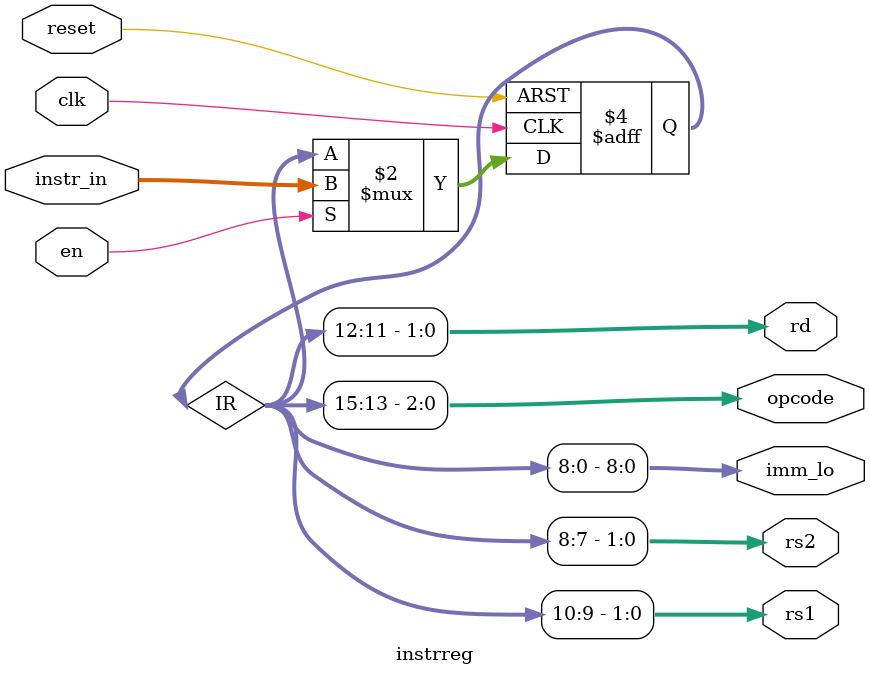
<source format=v>
module instrreg(
    input         clk,
    input         reset,
    input         en,
    input  [15:0] instr_in,
    output [2:0]  opcode,
    output [1:0]  rd,
    output [1:0]  rs1,
    output [1:0]  rs2,
    output [8:0]  imm_lo
);
    reg [15:0] IR;

    always @(posedge clk or posedge reset) begin
        if (reset)
            IR <= 16'b0;
        else if (en)
            IR <= instr_in;
    end

    assign opcode = IR[15:13];
    assign rd     = IR[12:11];
    assign rs1    = IR[10:9];
    assign rs2    = IR[8:7];
    assign imm_lo = IR[8:0];
endmodule
</source>
